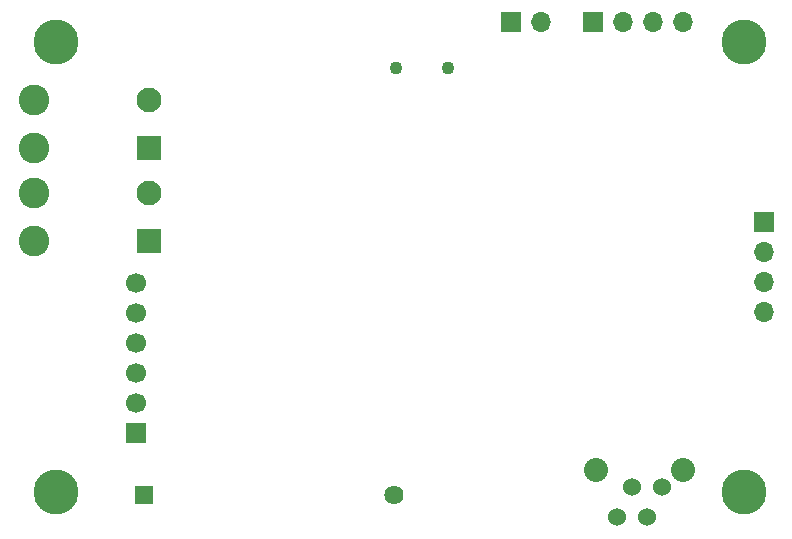
<source format=gbr>
%TF.GenerationSoftware,KiCad,Pcbnew,9.0.1*%
%TF.CreationDate,2025-05-27T12:36:52-05:00*%
%TF.ProjectId,Motor_PCB,4d6f746f-725f-4504-9342-2e6b69636164,1.2*%
%TF.SameCoordinates,Original*%
%TF.FileFunction,Soldermask,Bot*%
%TF.FilePolarity,Negative*%
%FSLAX46Y46*%
G04 Gerber Fmt 4.6, Leading zero omitted, Abs format (unit mm)*
G04 Created by KiCad (PCBNEW 9.0.1) date 2025-05-27 12:36:52*
%MOMM*%
%LPD*%
G01*
G04 APERTURE LIST*
G04 Aperture macros list*
%AMRoundRect*
0 Rectangle with rounded corners*
0 $1 Rounding radius*
0 $2 $3 $4 $5 $6 $7 $8 $9 X,Y pos of 4 corners*
0 Add a 4 corners polygon primitive as box body*
4,1,4,$2,$3,$4,$5,$6,$7,$8,$9,$2,$3,0*
0 Add four circle primitives for the rounded corners*
1,1,$1+$1,$2,$3*
1,1,$1+$1,$4,$5*
1,1,$1+$1,$6,$7*
1,1,$1+$1,$8,$9*
0 Add four rect primitives between the rounded corners*
20,1,$1+$1,$2,$3,$4,$5,0*
20,1,$1+$1,$4,$5,$6,$7,0*
20,1,$1+$1,$6,$7,$8,$9,0*
20,1,$1+$1,$8,$9,$2,$3,0*%
G04 Aperture macros list end*
%ADD10R,1.700000X1.700000*%
%ADD11C,1.700000*%
%ADD12C,2.600000*%
%ADD13RoundRect,0.249900X-0.800100X0.800100X-0.800100X-0.800100X0.800100X-0.800100X0.800100X0.800100X0*%
%ADD14C,2.100000*%
%ADD15C,3.810000*%
%ADD16O,1.700000X1.700000*%
%ADD17R,1.625600X1.625600*%
%ADD18C,1.625600*%
%ADD19C,1.100000*%
%ADD20C,2.032000*%
%ADD21C,1.524000*%
G04 APERTURE END LIST*
D10*
%TO.C,J3*%
X118558000Y-105537000D03*
D11*
X118558000Y-102997000D03*
X118558000Y-100457000D03*
X118558000Y-97917000D03*
X118558000Y-95377000D03*
X118558000Y-92837000D03*
%TD*%
D12*
%TO.C,J2*%
X109956000Y-77357000D03*
X109956000Y-81393000D03*
D13*
X119656000Y-81393000D03*
D14*
X119656000Y-77357000D03*
%TD*%
D15*
%TO.C,H4*%
X170052998Y-110489999D03*
%TD*%
D10*
%TO.C,J5*%
X150362999Y-70739000D03*
D16*
X152902999Y-70739000D03*
%TD*%
D15*
%TO.C,H3*%
X111759999Y-110489999D03*
%TD*%
D17*
%TO.C,R10*%
X119252999Y-110744000D03*
D18*
X140436599Y-110744000D03*
%TD*%
D12*
%TO.C,J1*%
X109956000Y-85231000D03*
X109956000Y-89267000D03*
D13*
X119656000Y-89267000D03*
D14*
X119656000Y-85231000D03*
%TD*%
D15*
%TO.C,H2*%
X170052998Y-72389999D03*
%TD*%
%TO.C,H1*%
X111759999Y-72389999D03*
%TD*%
D10*
%TO.C,J6*%
X157225999Y-70739000D03*
D16*
X159765999Y-70739000D03*
X162305999Y-70739000D03*
X164845999Y-70739000D03*
%TD*%
D19*
%TO.C,J4*%
X144947999Y-74648000D03*
X140547999Y-74648000D03*
%TD*%
D10*
%TO.C,J8*%
X171703999Y-87639999D03*
D16*
X171703999Y-90179999D03*
X171703999Y-92719999D03*
X171703999Y-95259999D03*
%TD*%
D20*
%TO.C,J7*%
X157479570Y-108623100D03*
X164889570Y-108623100D03*
D21*
X163092970Y-110096300D03*
X161822970Y-112636300D03*
X160552970Y-110096300D03*
X159282970Y-112636300D03*
%TD*%
M02*

</source>
